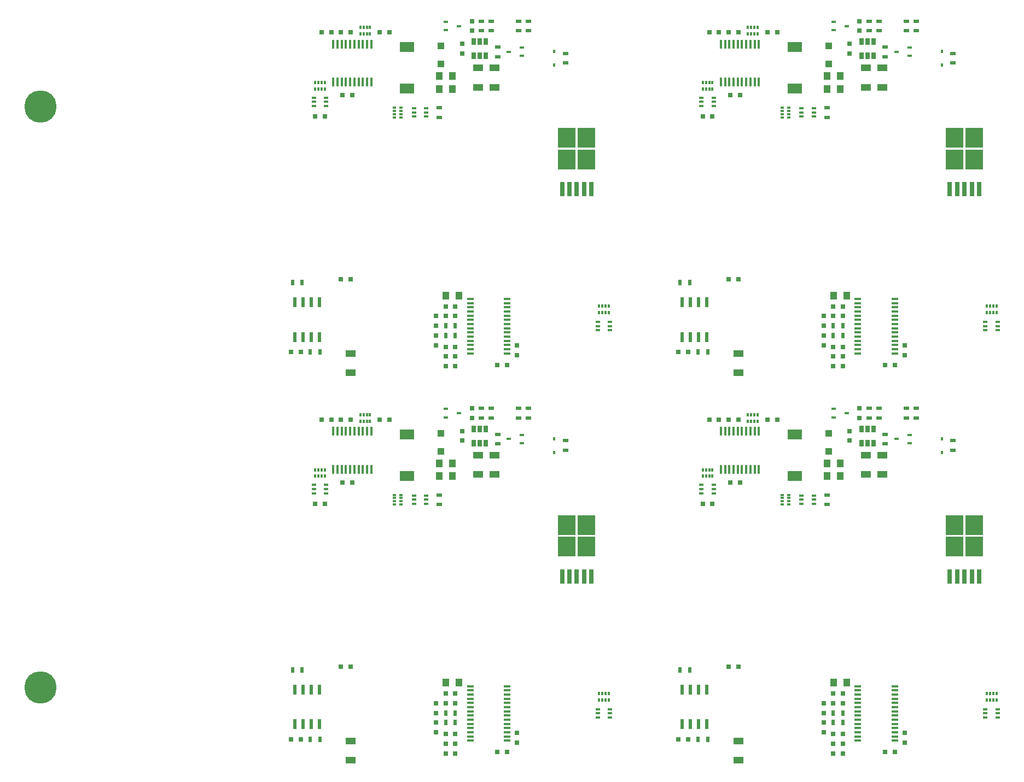
<source format=gbp>
G04 #@! TF.FileFunction,Paste,Bot*
%FSLAX46Y46*%
G04 Gerber Fmt 4.6, Leading zero omitted, Abs format (unit mm)*
G04 Created by KiCad (PCBNEW 4.0.7) date Fri Mar 30 10:44:33 2018*
%MOMM*%
%LPD*%
G01*
G04 APERTURE LIST*
%ADD10C,0.100000*%
%ADD11R,0.600000X1.550000*%
%ADD12R,0.500000X0.900000*%
%ADD13R,0.800000X0.750000*%
%ADD14R,0.650000X0.400000*%
%ADD15R,0.400000X0.500000*%
%ADD16R,0.300000X0.500000*%
%ADD17R,0.450000X1.450000*%
%ADD18R,2.200000X1.500000*%
%ADD19R,0.500000X0.400000*%
%ADD20R,0.500000X0.300000*%
%ADD21R,1.600000X1.000000*%
%ADD22R,0.750000X0.800000*%
%ADD23R,1.100000X0.400000*%
%ADD24R,0.800000X2.200000*%
%ADD25R,2.750000X3.050000*%
%ADD26R,0.450000X0.600000*%
%ADD27R,0.900000X0.500000*%
%ADD28R,0.700000X0.450000*%
%ADD29R,1.100000X1.100000*%
%ADD30R,0.650000X1.060000*%
%ADD31R,1.000000X1.250000*%
%ADD32C,5.000000*%
G04 APERTURE END LIST*
D10*
D11*
X74345000Y72700000D03*
X75615000Y72700000D03*
X76885000Y72700000D03*
X78155000Y72700000D03*
X78155000Y67300000D03*
X76885000Y67300000D03*
X75615000Y67300000D03*
X74345000Y67300000D03*
D12*
X78250000Y65000000D03*
X76750000Y65000000D03*
D13*
X73750000Y65000000D03*
X75250000Y65000000D03*
D14*
X77300000Y103100000D03*
X77300000Y104400000D03*
X79200000Y103750000D03*
X77300000Y103750000D03*
X79200000Y104400000D03*
X79200000Y103100000D03*
D12*
X74000000Y75750000D03*
X75500000Y75750000D03*
D13*
X81500000Y114500000D03*
X83000000Y114500000D03*
D15*
X86000000Y114250000D03*
D16*
X85000000Y114250000D03*
X85500000Y114250000D03*
D15*
X84500000Y114250000D03*
D16*
X85500000Y115250000D03*
D15*
X86000000Y115250000D03*
D16*
X85000000Y115250000D03*
D15*
X84500000Y115250000D03*
D13*
X80000000Y114500000D03*
X78500000Y114500000D03*
D17*
X80325000Y112700000D03*
X80975000Y112700000D03*
X81625000Y112700000D03*
X82275000Y112700000D03*
X82925000Y112700000D03*
X83575000Y112700000D03*
X84225000Y112700000D03*
X84875000Y112700000D03*
X85525000Y112700000D03*
X86175000Y112700000D03*
X86175000Y106800000D03*
X85525000Y106800000D03*
X84875000Y106800000D03*
X84225000Y106800000D03*
X83575000Y106800000D03*
X82925000Y106800000D03*
X82275000Y106800000D03*
X81625000Y106800000D03*
X80975000Y106800000D03*
X80325000Y106800000D03*
D15*
X77500000Y106750000D03*
D16*
X78500000Y106750000D03*
X78000000Y106750000D03*
D15*
X79000000Y106750000D03*
D16*
X78000000Y105750000D03*
D15*
X77500000Y105750000D03*
D16*
X78500000Y105750000D03*
D15*
X79000000Y105750000D03*
D13*
X83250000Y104750000D03*
X81750000Y104750000D03*
D18*
X91750000Y112200000D03*
X91750000Y105800000D03*
D13*
X89000000Y114500000D03*
X87500000Y114500000D03*
D19*
X89800000Y101350000D03*
D20*
X89800000Y102350000D03*
X89800000Y101850000D03*
D19*
X89800000Y102850000D03*
D20*
X90800000Y101850000D03*
D19*
X90800000Y101350000D03*
D20*
X90800000Y102350000D03*
D19*
X90800000Y102850000D03*
D13*
X77500000Y101500000D03*
X79000000Y101500000D03*
D21*
X83000000Y61750000D03*
X83000000Y64750000D03*
D13*
X81500000Y76250000D03*
X83000000Y76250000D03*
X97706908Y62801016D03*
X99206908Y62801016D03*
D12*
X97706908Y67551016D03*
X99206908Y67551016D03*
D22*
X97706908Y64301016D03*
X97706908Y65801016D03*
X96206908Y67551016D03*
X96206908Y66051016D03*
X99206908Y65801016D03*
X99206908Y64301016D03*
D14*
X121250000Y68350000D03*
X121250000Y69650000D03*
X123150000Y69000000D03*
X121250000Y69000000D03*
X123150000Y69650000D03*
X123150000Y68350000D03*
D15*
X121450000Y72100000D03*
D16*
X122450000Y72100000D03*
X121950000Y72100000D03*
D15*
X122950000Y72100000D03*
D16*
X121950000Y71100000D03*
D15*
X121450000Y71100000D03*
D16*
X122450000Y71100000D03*
D15*
X122950000Y71100000D03*
D22*
X108750000Y64500000D03*
X108750000Y66000000D03*
D13*
X105700000Y63000000D03*
X107200000Y63000000D03*
D23*
X101511909Y64761016D03*
X101511909Y65411016D03*
X101511909Y66061016D03*
X101511909Y66711016D03*
X101511909Y67361016D03*
X101511909Y68011016D03*
X101511909Y68661016D03*
X101511909Y69311016D03*
X101511909Y69961016D03*
X101511909Y70611016D03*
X101511909Y71261016D03*
X101511909Y71911016D03*
X101511909Y72561016D03*
X101511909Y73211016D03*
X107211909Y73211016D03*
X107211909Y72561016D03*
X107211909Y71911016D03*
X107211909Y71261016D03*
X107211909Y70611016D03*
X107211909Y69961016D03*
X107211909Y69311016D03*
X107211909Y68661016D03*
X107211909Y68011016D03*
X107211909Y67361016D03*
X107211909Y66711016D03*
X107211909Y66061016D03*
X107211909Y65411016D03*
X107211909Y64761016D03*
D24*
X120280000Y90200000D03*
X119140000Y90200000D03*
X118000000Y90200000D03*
X116860000Y90200000D03*
X115720000Y90200000D03*
D25*
X116475000Y98175000D03*
X119525000Y94825000D03*
X119525000Y98175000D03*
X116475000Y94825000D03*
D26*
X114500000Y111550000D03*
X114500000Y109450000D03*
D27*
X109000000Y116250000D03*
X109000000Y114750000D03*
X110500000Y114750000D03*
X110500000Y116250000D03*
D28*
X109500000Y112150000D03*
X109500000Y110850000D03*
X107500000Y111500000D03*
D27*
X105750000Y110750000D03*
X105750000Y112250000D03*
X116250000Y111250000D03*
X116250000Y109750000D03*
X104750000Y116250000D03*
X104750000Y114750000D03*
X103250000Y114750000D03*
X103250000Y116250000D03*
D22*
X101750000Y116250000D03*
X101750000Y114750000D03*
X100250000Y111250000D03*
X100250000Y112750000D03*
D29*
X97000000Y112400000D03*
X97000000Y109600000D03*
D28*
X97750000Y114850000D03*
X97750000Y116150000D03*
X99750000Y115500000D03*
D30*
X102050000Y113100000D03*
X103000000Y113100000D03*
X103950000Y113100000D03*
X103950000Y110900000D03*
X102050000Y110900000D03*
X103000000Y110900000D03*
D22*
X99206908Y72051016D03*
X99206908Y70551016D03*
D31*
X97750000Y73750000D03*
X99750000Y73750000D03*
D12*
X97706908Y69051016D03*
X99206908Y69051016D03*
D22*
X97706908Y70551016D03*
X97706908Y72051016D03*
X96206908Y69051016D03*
X96206908Y70551016D03*
D21*
X105250000Y109000000D03*
X105250000Y106000000D03*
D31*
X96750000Y105750000D03*
X98750000Y105750000D03*
D21*
X102750000Y109000000D03*
X102750000Y106000000D03*
D31*
X96750000Y107750000D03*
X98750000Y107750000D03*
D27*
X96750000Y102850000D03*
X96750000Y101350000D03*
D14*
X92800000Y101450000D03*
X92800000Y102750000D03*
X94700000Y102100000D03*
X92800000Y102100000D03*
X94700000Y102750000D03*
X94700000Y101450000D03*
D11*
X14345000Y72700000D03*
X15615000Y72700000D03*
X16885000Y72700000D03*
X18155000Y72700000D03*
X18155000Y67300000D03*
X16885000Y67300000D03*
X15615000Y67300000D03*
X14345000Y67300000D03*
D12*
X18250000Y65000000D03*
X16750000Y65000000D03*
D13*
X13750000Y65000000D03*
X15250000Y65000000D03*
D14*
X17300000Y103100000D03*
X17300000Y104400000D03*
X19200000Y103750000D03*
X17300000Y103750000D03*
X19200000Y104400000D03*
X19200000Y103100000D03*
D12*
X14000000Y75750000D03*
X15500000Y75750000D03*
D13*
X21500000Y114500000D03*
X23000000Y114500000D03*
D15*
X26000000Y114250000D03*
D16*
X25000000Y114250000D03*
X25500000Y114250000D03*
D15*
X24500000Y114250000D03*
D16*
X25500000Y115250000D03*
D15*
X26000000Y115250000D03*
D16*
X25000000Y115250000D03*
D15*
X24500000Y115250000D03*
D13*
X20000000Y114500000D03*
X18500000Y114500000D03*
D17*
X20325000Y112700000D03*
X20975000Y112700000D03*
X21625000Y112700000D03*
X22275000Y112700000D03*
X22925000Y112700000D03*
X23575000Y112700000D03*
X24225000Y112700000D03*
X24875000Y112700000D03*
X25525000Y112700000D03*
X26175000Y112700000D03*
X26175000Y106800000D03*
X25525000Y106800000D03*
X24875000Y106800000D03*
X24225000Y106800000D03*
X23575000Y106800000D03*
X22925000Y106800000D03*
X22275000Y106800000D03*
X21625000Y106800000D03*
X20975000Y106800000D03*
X20325000Y106800000D03*
D15*
X17500000Y106750000D03*
D16*
X18500000Y106750000D03*
X18000000Y106750000D03*
D15*
X19000000Y106750000D03*
D16*
X18000000Y105750000D03*
D15*
X17500000Y105750000D03*
D16*
X18500000Y105750000D03*
D15*
X19000000Y105750000D03*
D13*
X23250000Y104750000D03*
X21750000Y104750000D03*
D18*
X31750000Y112200000D03*
X31750000Y105800000D03*
D13*
X29000000Y114500000D03*
X27500000Y114500000D03*
D19*
X29800000Y101350000D03*
D20*
X29800000Y102350000D03*
X29800000Y101850000D03*
D19*
X29800000Y102850000D03*
D20*
X30800000Y101850000D03*
D19*
X30800000Y101350000D03*
D20*
X30800000Y102350000D03*
D19*
X30800000Y102850000D03*
D13*
X17500000Y101500000D03*
X19000000Y101500000D03*
D21*
X23000000Y61750000D03*
X23000000Y64750000D03*
D13*
X21500000Y76250000D03*
X23000000Y76250000D03*
X37706908Y62801016D03*
X39206908Y62801016D03*
D12*
X37706908Y67551016D03*
X39206908Y67551016D03*
D22*
X37706908Y64301016D03*
X37706908Y65801016D03*
X36206908Y67551016D03*
X36206908Y66051016D03*
X39206908Y65801016D03*
X39206908Y64301016D03*
D14*
X61250000Y68350000D03*
X61250000Y69650000D03*
X63150000Y69000000D03*
X61250000Y69000000D03*
X63150000Y69650000D03*
X63150000Y68350000D03*
D15*
X61450000Y72100000D03*
D16*
X62450000Y72100000D03*
X61950000Y72100000D03*
D15*
X62950000Y72100000D03*
D16*
X61950000Y71100000D03*
D15*
X61450000Y71100000D03*
D16*
X62450000Y71100000D03*
D15*
X62950000Y71100000D03*
D22*
X48750000Y64500000D03*
X48750000Y66000000D03*
D13*
X45700000Y63000000D03*
X47200000Y63000000D03*
D23*
X41511909Y64761016D03*
X41511909Y65411016D03*
X41511909Y66061016D03*
X41511909Y66711016D03*
X41511909Y67361016D03*
X41511909Y68011016D03*
X41511909Y68661016D03*
X41511909Y69311016D03*
X41511909Y69961016D03*
X41511909Y70611016D03*
X41511909Y71261016D03*
X41511909Y71911016D03*
X41511909Y72561016D03*
X41511909Y73211016D03*
X47211909Y73211016D03*
X47211909Y72561016D03*
X47211909Y71911016D03*
X47211909Y71261016D03*
X47211909Y70611016D03*
X47211909Y69961016D03*
X47211909Y69311016D03*
X47211909Y68661016D03*
X47211909Y68011016D03*
X47211909Y67361016D03*
X47211909Y66711016D03*
X47211909Y66061016D03*
X47211909Y65411016D03*
X47211909Y64761016D03*
D24*
X60280000Y90200000D03*
X59140000Y90200000D03*
X58000000Y90200000D03*
X56860000Y90200000D03*
X55720000Y90200000D03*
D25*
X56475000Y98175000D03*
X59525000Y94825000D03*
X59525000Y98175000D03*
X56475000Y94825000D03*
D26*
X54500000Y111550000D03*
X54500000Y109450000D03*
D27*
X49000000Y116250000D03*
X49000000Y114750000D03*
X50500000Y114750000D03*
X50500000Y116250000D03*
D28*
X49500000Y112150000D03*
X49500000Y110850000D03*
X47500000Y111500000D03*
D27*
X45750000Y110750000D03*
X45750000Y112250000D03*
X56250000Y111250000D03*
X56250000Y109750000D03*
X44750000Y116250000D03*
X44750000Y114750000D03*
X43250000Y114750000D03*
X43250000Y116250000D03*
D22*
X41750000Y116250000D03*
X41750000Y114750000D03*
X40250000Y111250000D03*
X40250000Y112750000D03*
D29*
X37000000Y112400000D03*
X37000000Y109600000D03*
D28*
X37750000Y114850000D03*
X37750000Y116150000D03*
X39750000Y115500000D03*
D30*
X42050000Y113100000D03*
X43000000Y113100000D03*
X43950000Y113100000D03*
X43950000Y110900000D03*
X42050000Y110900000D03*
X43000000Y110900000D03*
D22*
X39206908Y72051016D03*
X39206908Y70551016D03*
D31*
X37750000Y73750000D03*
X39750000Y73750000D03*
D12*
X37706908Y69051016D03*
X39206908Y69051016D03*
D22*
X37706908Y70551016D03*
X37706908Y72051016D03*
X36206908Y69051016D03*
X36206908Y70551016D03*
D21*
X45250000Y109000000D03*
X45250000Y106000000D03*
D31*
X36750000Y105750000D03*
X38750000Y105750000D03*
D21*
X42750000Y109000000D03*
X42750000Y106000000D03*
D31*
X36750000Y107750000D03*
X38750000Y107750000D03*
D27*
X36750000Y102850000D03*
X36750000Y101350000D03*
D14*
X32800000Y101450000D03*
X32800000Y102750000D03*
X34700000Y102100000D03*
X32800000Y102100000D03*
X34700000Y102750000D03*
X34700000Y101450000D03*
D11*
X74345000Y12700000D03*
X75615000Y12700000D03*
X76885000Y12700000D03*
X78155000Y12700000D03*
X78155000Y7300000D03*
X76885000Y7300000D03*
X75615000Y7300000D03*
X74345000Y7300000D03*
D12*
X78250000Y5000000D03*
X76750000Y5000000D03*
D13*
X73750000Y5000000D03*
X75250000Y5000000D03*
D14*
X77300000Y43100000D03*
X77300000Y44400000D03*
X79200000Y43750000D03*
X77300000Y43750000D03*
X79200000Y44400000D03*
X79200000Y43100000D03*
D12*
X74000000Y15750000D03*
X75500000Y15750000D03*
D13*
X81500000Y54500000D03*
X83000000Y54500000D03*
D15*
X86000000Y54250000D03*
D16*
X85000000Y54250000D03*
X85500000Y54250000D03*
D15*
X84500000Y54250000D03*
D16*
X85500000Y55250000D03*
D15*
X86000000Y55250000D03*
D16*
X85000000Y55250000D03*
D15*
X84500000Y55250000D03*
D13*
X80000000Y54500000D03*
X78500000Y54500000D03*
D17*
X80325000Y52700000D03*
X80975000Y52700000D03*
X81625000Y52700000D03*
X82275000Y52700000D03*
X82925000Y52700000D03*
X83575000Y52700000D03*
X84225000Y52700000D03*
X84875000Y52700000D03*
X85525000Y52700000D03*
X86175000Y52700000D03*
X86175000Y46800000D03*
X85525000Y46800000D03*
X84875000Y46800000D03*
X84225000Y46800000D03*
X83575000Y46800000D03*
X82925000Y46800000D03*
X82275000Y46800000D03*
X81625000Y46800000D03*
X80975000Y46800000D03*
X80325000Y46800000D03*
D15*
X77500000Y46750000D03*
D16*
X78500000Y46750000D03*
X78000000Y46750000D03*
D15*
X79000000Y46750000D03*
D16*
X78000000Y45750000D03*
D15*
X77500000Y45750000D03*
D16*
X78500000Y45750000D03*
D15*
X79000000Y45750000D03*
D13*
X83250000Y44750000D03*
X81750000Y44750000D03*
D18*
X91750000Y52200000D03*
X91750000Y45800000D03*
D13*
X89000000Y54500000D03*
X87500000Y54500000D03*
D19*
X89800000Y41350000D03*
D20*
X89800000Y42350000D03*
X89800000Y41850000D03*
D19*
X89800000Y42850000D03*
D20*
X90800000Y41850000D03*
D19*
X90800000Y41350000D03*
D20*
X90800000Y42350000D03*
D19*
X90800000Y42850000D03*
D13*
X77500000Y41500000D03*
X79000000Y41500000D03*
D21*
X83000000Y1750000D03*
X83000000Y4750000D03*
D13*
X81500000Y16250000D03*
X83000000Y16250000D03*
X97706908Y2801016D03*
X99206908Y2801016D03*
D12*
X97706908Y7551016D03*
X99206908Y7551016D03*
D22*
X97706908Y4301016D03*
X97706908Y5801016D03*
X96206908Y7551016D03*
X96206908Y6051016D03*
X99206908Y5801016D03*
X99206908Y4301016D03*
D14*
X121250000Y8350000D03*
X121250000Y9650000D03*
X123150000Y9000000D03*
X121250000Y9000000D03*
X123150000Y9650000D03*
X123150000Y8350000D03*
D15*
X121450000Y12100000D03*
D16*
X122450000Y12100000D03*
X121950000Y12100000D03*
D15*
X122950000Y12100000D03*
D16*
X121950000Y11100000D03*
D15*
X121450000Y11100000D03*
D16*
X122450000Y11100000D03*
D15*
X122950000Y11100000D03*
D22*
X108750000Y4500000D03*
X108750000Y6000000D03*
D13*
X105700000Y3000000D03*
X107200000Y3000000D03*
D23*
X101511909Y4761016D03*
X101511909Y5411016D03*
X101511909Y6061016D03*
X101511909Y6711016D03*
X101511909Y7361016D03*
X101511909Y8011016D03*
X101511909Y8661016D03*
X101511909Y9311016D03*
X101511909Y9961016D03*
X101511909Y10611016D03*
X101511909Y11261016D03*
X101511909Y11911016D03*
X101511909Y12561016D03*
X101511909Y13211016D03*
X107211909Y13211016D03*
X107211909Y12561016D03*
X107211909Y11911016D03*
X107211909Y11261016D03*
X107211909Y10611016D03*
X107211909Y9961016D03*
X107211909Y9311016D03*
X107211909Y8661016D03*
X107211909Y8011016D03*
X107211909Y7361016D03*
X107211909Y6711016D03*
X107211909Y6061016D03*
X107211909Y5411016D03*
X107211909Y4761016D03*
D24*
X120280000Y30200000D03*
X119140000Y30200000D03*
X118000000Y30200000D03*
X116860000Y30200000D03*
X115720000Y30200000D03*
D25*
X116475000Y38175000D03*
X119525000Y34825000D03*
X119525000Y38175000D03*
X116475000Y34825000D03*
D26*
X114500000Y51550000D03*
X114500000Y49450000D03*
D27*
X109000000Y56250000D03*
X109000000Y54750000D03*
X110500000Y54750000D03*
X110500000Y56250000D03*
D28*
X109500000Y52150000D03*
X109500000Y50850000D03*
X107500000Y51500000D03*
D27*
X105750000Y50750000D03*
X105750000Y52250000D03*
X116250000Y51250000D03*
X116250000Y49750000D03*
X104750000Y56250000D03*
X104750000Y54750000D03*
X103250000Y54750000D03*
X103250000Y56250000D03*
D22*
X101750000Y56250000D03*
X101750000Y54750000D03*
X100250000Y51250000D03*
X100250000Y52750000D03*
D29*
X97000000Y52400000D03*
X97000000Y49600000D03*
D28*
X97750000Y54850000D03*
X97750000Y56150000D03*
X99750000Y55500000D03*
D30*
X102050000Y53100000D03*
X103000000Y53100000D03*
X103950000Y53100000D03*
X103950000Y50900000D03*
X102050000Y50900000D03*
X103000000Y50900000D03*
D22*
X99206908Y12051016D03*
X99206908Y10551016D03*
D31*
X97750000Y13750000D03*
X99750000Y13750000D03*
D12*
X97706908Y9051016D03*
X99206908Y9051016D03*
D22*
X97706908Y10551016D03*
X97706908Y12051016D03*
X96206908Y9051016D03*
X96206908Y10551016D03*
D21*
X105250000Y49000000D03*
X105250000Y46000000D03*
D31*
X96750000Y45750000D03*
X98750000Y45750000D03*
D21*
X102750000Y49000000D03*
X102750000Y46000000D03*
D31*
X96750000Y47750000D03*
X98750000Y47750000D03*
D27*
X96750000Y42850000D03*
X96750000Y41350000D03*
D14*
X92800000Y41450000D03*
X92800000Y42750000D03*
X94700000Y42100000D03*
X92800000Y42100000D03*
X94700000Y42750000D03*
X94700000Y41450000D03*
D32*
X-25000000Y13000000D03*
X-25000000Y103000000D03*
D13*
X17500000Y41500000D03*
X19000000Y41500000D03*
X21500000Y16250000D03*
X23000000Y16250000D03*
X13750000Y5000000D03*
X15250000Y5000000D03*
D21*
X45250000Y49000000D03*
X45250000Y46000000D03*
X42750000Y49000000D03*
X42750000Y46000000D03*
D22*
X40250000Y51250000D03*
X40250000Y52750000D03*
X41750000Y56250000D03*
X41750000Y54750000D03*
D31*
X36750000Y47750000D03*
X38750000Y47750000D03*
X36750000Y45750000D03*
X38750000Y45750000D03*
X37750000Y13750000D03*
X39750000Y13750000D03*
D22*
X37706908Y10551016D03*
X37706908Y12051016D03*
D13*
X37706908Y2801016D03*
X39206908Y2801016D03*
X45700000Y3000000D03*
X47200000Y3000000D03*
D22*
X39206908Y12051016D03*
X39206908Y10551016D03*
X39206908Y5801016D03*
X39206908Y4301016D03*
X37706908Y4301016D03*
X37706908Y5801016D03*
X48750000Y4500000D03*
X48750000Y6000000D03*
X36206908Y9051016D03*
X36206908Y10551016D03*
X36206908Y7551016D03*
X36206908Y6051016D03*
D13*
X29000000Y54500000D03*
X27500000Y54500000D03*
X21500000Y54500000D03*
X23000000Y54500000D03*
X23250000Y44750000D03*
X21750000Y44750000D03*
X20000000Y54500000D03*
X18500000Y54500000D03*
D28*
X49500000Y52150000D03*
X49500000Y50850000D03*
X47500000Y51500000D03*
D26*
X54500000Y51550000D03*
X54500000Y49450000D03*
D28*
X37750000Y54850000D03*
X37750000Y56150000D03*
X39750000Y55500000D03*
D18*
X31750000Y52200000D03*
X31750000Y45800000D03*
D14*
X17300000Y43100000D03*
X17300000Y44400000D03*
X19200000Y43750000D03*
X17300000Y43750000D03*
X19200000Y44400000D03*
X19200000Y43100000D03*
X61250000Y8350000D03*
X61250000Y9650000D03*
X63150000Y9000000D03*
X61250000Y9000000D03*
X63150000Y9650000D03*
X63150000Y8350000D03*
X32800000Y41450000D03*
X32800000Y42750000D03*
X34700000Y42100000D03*
X32800000Y42100000D03*
X34700000Y42750000D03*
X34700000Y41450000D03*
D12*
X18250000Y5000000D03*
X16750000Y5000000D03*
D27*
X56250000Y51250000D03*
X56250000Y49750000D03*
X43250000Y54750000D03*
X43250000Y56250000D03*
X44750000Y56250000D03*
X44750000Y54750000D03*
X36750000Y42850000D03*
X36750000Y41350000D03*
D12*
X37706908Y7551016D03*
X39206908Y7551016D03*
X37706908Y9051016D03*
X39206908Y9051016D03*
D27*
X50500000Y54750000D03*
X50500000Y56250000D03*
X49000000Y56250000D03*
X49000000Y54750000D03*
D15*
X61450000Y12100000D03*
D16*
X62450000Y12100000D03*
X61950000Y12100000D03*
D15*
X62950000Y12100000D03*
D16*
X61950000Y11100000D03*
D15*
X61450000Y11100000D03*
D16*
X62450000Y11100000D03*
D15*
X62950000Y11100000D03*
D11*
X14345000Y12700000D03*
X15615000Y12700000D03*
X16885000Y12700000D03*
X18155000Y12700000D03*
X18155000Y7300000D03*
X16885000Y7300000D03*
X15615000Y7300000D03*
X14345000Y7300000D03*
D30*
X42050000Y53100000D03*
X43000000Y53100000D03*
X43950000Y53100000D03*
X43950000Y50900000D03*
X42050000Y50900000D03*
X43000000Y50900000D03*
D23*
X41511909Y4761016D03*
X41511909Y5411016D03*
X41511909Y6061016D03*
X41511909Y6711016D03*
X41511909Y7361016D03*
X41511909Y8011016D03*
X41511909Y8661016D03*
X41511909Y9311016D03*
X41511909Y9961016D03*
X41511909Y10611016D03*
X41511909Y11261016D03*
X41511909Y11911016D03*
X41511909Y12561016D03*
X41511909Y13211016D03*
X47211909Y13211016D03*
X47211909Y12561016D03*
X47211909Y11911016D03*
X47211909Y11261016D03*
X47211909Y10611016D03*
X47211909Y9961016D03*
X47211909Y9311016D03*
X47211909Y8661016D03*
X47211909Y8011016D03*
X47211909Y7361016D03*
X47211909Y6711016D03*
X47211909Y6061016D03*
X47211909Y5411016D03*
X47211909Y4761016D03*
D17*
X20325000Y52700000D03*
X20975000Y52700000D03*
X21625000Y52700000D03*
X22275000Y52700000D03*
X22925000Y52700000D03*
X23575000Y52700000D03*
X24225000Y52700000D03*
X24875000Y52700000D03*
X25525000Y52700000D03*
X26175000Y52700000D03*
X26175000Y46800000D03*
X25525000Y46800000D03*
X24875000Y46800000D03*
X24225000Y46800000D03*
X23575000Y46800000D03*
X22925000Y46800000D03*
X22275000Y46800000D03*
X21625000Y46800000D03*
X20975000Y46800000D03*
X20325000Y46800000D03*
D24*
X60280000Y30200000D03*
X59140000Y30200000D03*
X58000000Y30200000D03*
X56860000Y30200000D03*
X55720000Y30200000D03*
D25*
X56475000Y38175000D03*
X59525000Y34825000D03*
X59525000Y38175000D03*
X56475000Y34825000D03*
D19*
X29800000Y41350000D03*
D20*
X29800000Y42350000D03*
X29800000Y41850000D03*
D19*
X29800000Y42850000D03*
D20*
X30800000Y41850000D03*
D19*
X30800000Y41350000D03*
D20*
X30800000Y42350000D03*
D19*
X30800000Y42850000D03*
D15*
X17500000Y46750000D03*
D16*
X18500000Y46750000D03*
X18000000Y46750000D03*
D15*
X19000000Y46750000D03*
D16*
X18000000Y45750000D03*
D15*
X17500000Y45750000D03*
D16*
X18500000Y45750000D03*
D15*
X19000000Y45750000D03*
X26000000Y54250000D03*
D16*
X25000000Y54250000D03*
X25500000Y54250000D03*
D15*
X24500000Y54250000D03*
D16*
X25500000Y55250000D03*
D15*
X26000000Y55250000D03*
D16*
X25000000Y55250000D03*
D15*
X24500000Y55250000D03*
D29*
X37000000Y52400000D03*
X37000000Y49600000D03*
D21*
X23000000Y1750000D03*
X23000000Y4750000D03*
D27*
X45750000Y50750000D03*
X45750000Y52250000D03*
D12*
X14000000Y15750000D03*
X15500000Y15750000D03*
M02*

</source>
